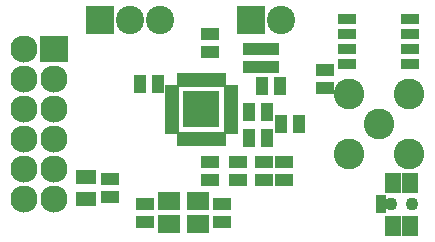
<source format=gbr>
G04 #@! TF.FileFunction,Soldermask,Top*
%FSLAX46Y46*%
G04 Gerber Fmt 4.6, Leading zero omitted, Abs format (unit mm)*
G04 Created by KiCad (PCBNEW 4.0.2+dfsg1-stable) date ven. 22 févr. 2019 08:36:17 CET*
%MOMM*%
G01*
G04 APERTURE LIST*
%ADD10C,0.100000*%
%ADD11R,2.400000X2.300000*%
%ADD12C,2.300000*%
%ADD13C,2.599640*%
%ADD14R,1.035000X1.543000*%
%ADD15R,1.543000X1.035000*%
%ADD16R,1.250000X0.680000*%
%ADD17R,0.680000X1.250000*%
%ADD18R,3.150000X3.150000*%
%ADD19R,1.900000X1.600000*%
%ADD20R,1.797000X1.289000*%
%ADD21R,2.400000X2.400000*%
%ADD22C,2.400000*%
%ADD23R,1.543000X0.908000*%
%ADD24R,1.450000X1.800000*%
%ADD25R,0.900000X1.500000*%
%ADD26C,1.100000*%
G04 APERTURE END LIST*
D10*
D11*
X136030000Y-98650000D03*
D12*
X136030000Y-101190000D03*
X136030000Y-103730000D03*
X136030000Y-106270000D03*
X136030000Y-108810000D03*
X136030000Y-111350000D03*
X133490000Y-98650000D03*
X133490000Y-101190000D03*
X133490000Y-103730000D03*
X133490000Y-106270000D03*
X133490000Y-108810000D03*
X133490000Y-111350000D03*
D13*
X161036000Y-107540000D03*
X161036000Y-102460000D03*
X166116000Y-107540000D03*
X166116000Y-102460000D03*
X163576000Y-105000000D03*
D14*
X156762000Y-105000000D03*
X155238000Y-105000000D03*
D15*
X150240000Y-111738000D03*
X150240000Y-113262000D03*
X143740000Y-113262000D03*
X143740000Y-111738000D03*
X151590000Y-108238000D03*
X151590000Y-109762000D03*
D16*
X151000000Y-105500000D03*
X151000000Y-105000000D03*
X151000000Y-104500000D03*
X151000000Y-104000000D03*
X151000000Y-103500000D03*
X151000000Y-103000000D03*
X151000000Y-102500000D03*
X151000000Y-102000000D03*
D17*
X150250000Y-101250000D03*
X149750000Y-101250000D03*
X149250000Y-101250000D03*
X148750000Y-101250000D03*
X148250000Y-101250000D03*
X147750000Y-101250000D03*
X147250000Y-101250000D03*
X146750000Y-101250000D03*
D16*
X146000000Y-102000000D03*
X146000000Y-102500000D03*
X146000000Y-103000000D03*
X146000000Y-103500000D03*
X146000000Y-104000000D03*
X146000000Y-104500000D03*
X146000000Y-105000000D03*
X146000000Y-105500000D03*
D17*
X146750000Y-106250000D03*
X147250000Y-106250000D03*
X147750000Y-106250000D03*
X148250000Y-106250000D03*
X148750000Y-106250000D03*
X149250000Y-106250000D03*
X149750000Y-106250000D03*
X150250000Y-106250000D03*
D18*
X148500000Y-103750000D03*
D19*
X145750000Y-113500000D03*
X148250000Y-113500000D03*
X148250000Y-111500000D03*
X145750000Y-111500000D03*
D15*
X149250000Y-108238000D03*
X149250000Y-109762000D03*
D20*
X138750000Y-111352500D03*
X138750000Y-109447500D03*
D15*
X140750000Y-111162000D03*
X140750000Y-109638000D03*
D14*
X152528000Y-104000000D03*
X154052000Y-104000000D03*
D15*
X149250000Y-98932000D03*
X149250000Y-97408000D03*
D14*
X144842000Y-101600000D03*
X143318000Y-101600000D03*
D15*
X155480000Y-108238000D03*
X155480000Y-109762000D03*
X153800000Y-109762000D03*
X153800000Y-108238000D03*
D21*
X139960000Y-96160000D03*
D22*
X142500000Y-96160000D03*
X145040000Y-96160000D03*
D15*
X152770000Y-100182000D03*
X152770000Y-98658000D03*
D23*
X160833000Y-99905000D03*
X166167000Y-99905000D03*
X160833000Y-98635000D03*
X160833000Y-97365000D03*
X160833000Y-96095000D03*
X166167000Y-98635000D03*
X166167000Y-97365000D03*
X166167000Y-96095000D03*
D21*
X152710000Y-96220000D03*
D22*
X155250000Y-96220000D03*
D15*
X154350000Y-100182000D03*
X154350000Y-98658000D03*
D14*
X152528000Y-106220000D03*
X154052000Y-106220000D03*
X155132000Y-101770000D03*
X153608000Y-101770000D03*
D24*
X164725000Y-113600000D03*
X164725000Y-110000000D03*
X166175000Y-113600000D03*
X166175000Y-110000000D03*
D25*
X163750000Y-111800000D03*
D26*
X166350000Y-111800000D03*
X164550000Y-111800000D03*
D15*
X159000000Y-100448000D03*
X159000000Y-101972000D03*
M02*

</source>
